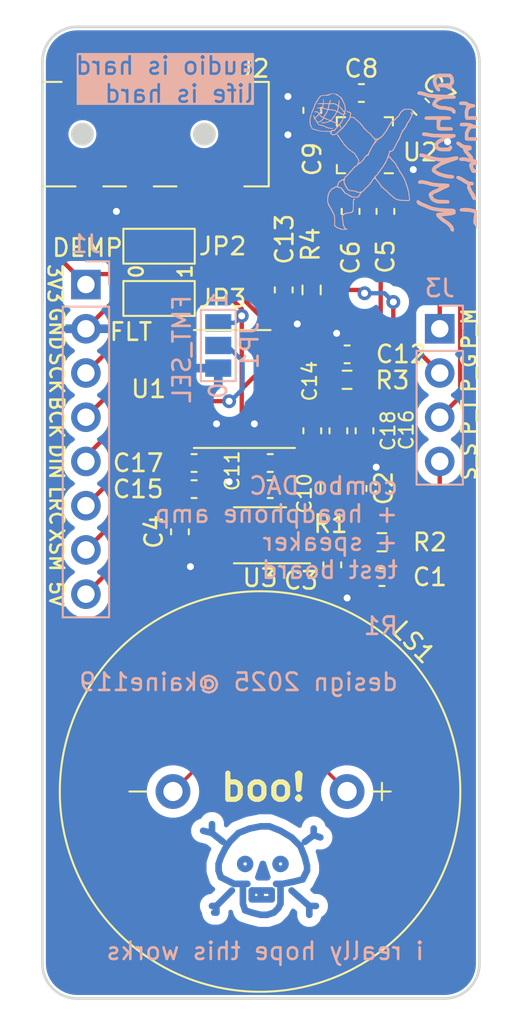
<source format=kicad_pcb>
(kicad_pcb (version 20221018) (generator pcbnew)
  (layers (0 "F.Cu" signal) (31 "B.Cu" signal) (34 "B.Paste" user) (35 "F.Paste" user) (36 "B.SilkS" user "B.Silkscreen") (37 "F.SilkS" user "F.Silkscreen") (38 "B.Mask" user) (39 "F.Mask" user) (44 "Edge.Cuts" user))
  (net 0 "")
  (net 1 "+3V3")
  (net 2 "Net-(U1-CAPP)")
  (net 3 "GND")
  (net 4 "Net-(U1-CAPM)")
  (net 5 "Net-(U1-VNEG)")
  (net 6 "Net-(U1-OUTL)")
  (net 7 "Net-(U1-OUTR)")
  (net 8 "Net-(JP2-C)")
  (net 9 "Net-(JP3-C)")
  (net 10 "/SCK")
  (net 11 "/BCK")
  (net 12 "/DIN")
  (net 13 "/LRCK")
  (net 14 "Net-(JP1-C)")
  (net 15 "/MUTE_N")
  (net 16 "Net-(U1-LDOO)")
  (net 17 "/SHUTDOWN_N")
  (net 18 "Net-(U3-BYPASS)")
  (net 19 "Net-(U3-IN+)")
  (net 20 "Net-(U3-IN-)")
  (net 21 "/SPK_OUT+")
  (net 22 "+5V")
  (net 23 "/SPK_OUT-")
  (net 24 "Net-(C1-Pad1)")
  (net 25 "/DAC_OUT_L")
  (net 26 "Net-(C2-Pad2)")
  (net 27 "Net-(U2--IN_L)")
  (net 28 "/DAC_OUT_R")
  (net 29 "Net-(U2--IN_R)")
  (net 30 "Net-(U2-VSS)")
  (net 31 "Net-(U2-CN)")
  (net 32 "Net-(U2-CP)")
  (net 33 "/PHONE_OUT_R")
  (net 35 "/PHONE_OUT_L")
  (net 36 "/PHONE_TIP")
  (net 37 "/PHONE_GAIN")
  (net 38 "/XSMT")
  (footprint "Capacitor_SMD:C_0603_1608Metric_Pad1.08x0.95mm_HandSolder" (layer "F.Cu") (at 175.5868 126.1836 -90)
    (fp_text reference "C3")
    (fp_text value "0.22u")
  )
  (footprint "Jumper:SolderJumper-3_P1.3mm_Open_Pad1.0x1.5mm_NumberLabels" (layer "F.Cu") (at 165.6368 107.8836)
    (fp_text reference "JP2")
    (fp_text value "DEMP_SEL")
  )
  (footprint "Capacitor_SMD:C_0603_1608Metric_Pad1.08x0.95mm_HandSolder" (layer "F.Cu") (at 176.6368 105.8836 90)
    (fp_text reference "C6")
    (fp_text value "2.2u")
  )
  (footprint "Resistor_SMD:R_0603_1608Metric_Pad0.98x0.95mm_HandSolder" (layer "F.Cu") (at 176.4368 115.5536)
    (fp_text reference "R3")
    (fp_text value "470")
  )
  (footprint "Capacitor_SMD:C_0603_1608Metric_Pad1.08x0.95mm_HandSolder" (layer "F.Cu") (at 167.6493 120.3336)
    (fp_text reference "C17")
    (fp_text value "0.1u")
  )
  (footprint "Resistor_SMD:R_0603_1608Metric_Pad0.98x0.95mm_HandSolder" (layer "F.Cu") (at 178.4368 124.8836 180)
    (fp_text reference "R2")
    (fp_text value "40k")
  )
  (footprint "artsfest-audio:Jack_3.5mm_XKB_PJ-35367-B-SMT" (layer "F.Cu") (at 158.9368 101.4476)
    (fp_text reference "J2")
    (fp_text value "AudioJack4_SwitchTR1")
    (fp_circle (center 2.3 0) (end 2.9 0) (stroke (width 0.12)) (fill solid) (layer "Edge.Cuts"))
    (fp_circle (center 9.3 0) (end 9.9 0) (stroke (width 0.12)) (fill solid) (layer "Edge.Cuts"))
  )
  (footprint "Capacitor_SMD:C_0603_1608Metric_Pad1.08x0.95mm_HandSolder" (layer "F.Cu") (at 166.8368 124.2836 -90)
    (fp_text reference "C4")
    (fp_text value "1u")
  )
  (footprint "Capacitor_SMD:C_0603_1608Metric_Pad1.08x0.95mm_HandSolder" (layer "F.Cu") (at 175.9368 118.4836 -90)
    (fp_text reference "C18")
    (fp_text value "0.1u")
  )
  (footprint "Capacitor_SMD:C_0603_1608Metric_Pad1.08x0.95mm_HandSolder" (layer "F.Cu") (at 172.796799 110.392474 -90)
    (fp_text reference "C13")
    (fp_text value "2.2n")
  )
  (footprint "Capacitor_SMD:C_0603_1608Metric_Pad1.08x0.95mm_HandSolder" (layer "F.Cu") (at 178.4368 126.8836 180)
    (fp_text reference "C1")
    (fp_text value "0.22u")
  )
  (footprint "Resistor_SMD:R_0603_1608Metric_Pad0.98x0.95mm_HandSolder" (layer "F.Cu") (at 175.4368 121.7961 -90)
    (fp_text reference "R1")
    (fp_text value "40k")
  )
  (footprint "Capacitor_SMD:C_0603_1608Metric_Pad1.08x0.95mm_HandSolder" (layer "F.Cu") (at 167.6493 121.8336)
    (fp_text reference "C15")
    (fp_text value "10u")
  )
  (footprint "Capacitor_SMD:C_0603_1608Metric_Pad1.08x0.95mm_HandSolder" (layer "F.Cu") (at 174.4368 118.4836 90)
    (fp_text reference "C14")
    (fp_text value "2.2u")
  )
  (footprint "Capacitor_SMD:C_0603_1608Metric_Pad1.08x0.95mm_HandSolder" (layer "F.Cu") (at 176.4368 114.0936 180)
    (fp_text reference "C12")
    (fp_text value "2.2n")
  )
  (footprint "Capacitor_SMD:C_0603_1608Metric_Pad1.08x0.95mm_HandSolder" (layer "F.Cu") (at 177.2568 99.0836 180)
    (fp_text reference "C8")
    (fp_text value "1u")
  )
  (footprint "Capacitor_SMD:C_0603_1608Metric_Pad1.08x0.95mm_HandSolder" (layer "F.Cu") (at 180.67692 99.87372 -45)
    (fp_text reference "C7")
    (fp_text value "1u")
  )
  (footprint "Capacitor_SMD:C_0603_1608Metric_Pad1.08x0.95mm_HandSolder" (layer "F.Cu") (at 172.020232 120.3336 180)
    (fp_text reference "C11")
    (fp_text value "10u")
  )
  (footprint "Capacitor_SMD:C_0603_1608Metric_Pad1.08x0.95mm_HandSolder" (layer "F.Cu") (at 177.4368 118.4836 -90)
    (fp_text reference "C16")
    (fp_text value "10u")
  )
  (footprint "Jumper:SolderJumper-3_P1.3mm_Open_Pad1.0x1.5mm_NumberLabels" (layer "F.Cu") (at 165.6368 110.8836)
    (fp_text reference "JP3")
    (fp_text value "FLT_SEL")
  )
  (footprint "Resistor_SMD:R_0603_1608Metric_Pad0.98x0.95mm_HandSolder" (layer "F.Cu") (at 174.396799 110.392474 -90)
    (fp_text reference "R4")
    (fp_text value "470")
  )
  (footprint "Package_DFN_QFN:VQFN-16-1EP_3x3mm_P0.5mm_EP1.68x1.68mm" (layer "F.Cu") (at 177.4568 102.0836 180)
    (fp_text reference "U2")
    (fp_text value "TPA6139A2RGTR")
  )
  (footprint "Capacitor_SMD:C_0603_1608Metric_Pad1.08x0.95mm_HandSolder" (layer "F.Cu") (at 172.020232 121.8336 180)
    (fp_text reference "C10")
    (fp_text value "0.1u")
  )
  (footprint "Package_SO:TSSOP-20_4.4x6.5mm_P0.65mm" (layer "F.Cu") (at 169.8368 116.0836 180)
    (fp_text reference "U1")
    (fp_text value "PCM5100A")
  )
  (footprint "Capacitor_SMD:C_0603_1608Metric_Pad1.08x0.95mm_HandSolder" (layer "F.Cu") (at 177.0368 121.7961 90)
    (fp_text reference "C2")
    (fp_text value "0.22u")
  )
  (footprint "artsfest-audio:Speaker_INGHAI_GSPK2307P-8R1W" (layer "F.Cu") (at 171.4368 139.1976 180)
    (fp_text reference "LS1")
    (fp_text value "Speaker")
  )
  (footprint "Capacitor_SMD:C_0603_1608Metric_Pad1.08x0.95mm_HandSolder" (layer "F.Cu") (at 174.4368 100.0836 90)
    (fp_text reference "C9")
    (fp_text value "1u")
  )
  (footprint "Package_SO:HVSSOP-8-1EP_3x3mm_P0.65mm_EP1.57x1.89mm" (layer "F.Cu") (at 171.4368 124.4836 180)
    (fp_text reference "U3")
    (fp_text value "TPA6211A1DGN")
  )
  (footprint "Capacitor_SMD:C_0603_1608Metric_Pad1.08x0.95mm_HandSolder" (layer "F.Cu") (at 178.6368 105.8836 90)
    (fp_text reference "C5")
    (fp_text value "2.2u")
  )
  (footprint "Jumper:SolderJumper-3_P1.3mm_Open_Pad1.0x1.5mm_NumberLabels" (layer "B.Cu") (at 169.0368 113.5836 90)
    (fp_text reference "JP1")
    (fp_text value "FMT_SEL")
  )
  (footprint "Symbol:Symbol_Danger_CopperTop_Small" (layer "B.Cu") (at 171.5968 143.7386 180)
    (fp_text reference "REF**" hide)
    (fp_text value "Symbol_Danger_CopperTop_Small")
  )
  (footprint "Connector_PinHeader_2.54mm:PinHeader_1x04_P2.54mm_Vertical" (layer "B.Cu") (at 181.7568 112.6236 180)
    (fp_text reference "J3")
    (fp_text value "Conn_01x04")
  )
  (footprint "LOGO" (layer "B.Cu") (at 178.5568 102.684658 -90)
    (fp_text reference "G***" hide)
    (fp_text value "LOGO" hide)
  )
  (footprint "Connector_PinHeader_2.54mm:PinHeader_1x08_P2.54mm_Vertical" (layer "B.Cu") (at 161.4368 110.0836 180)
    (fp_text reference "J1")
    (fp_text value "Conn_01x08")
  )
  (gr_line (start 158.9368 149.0836) (end 158.9368 97.2836) (stroke (width 0.15)) (layer "Edge.Cuts"))
  (gr_arc (start 160.9368 151.0836) (mid 159.522586 150.497814) (end 158.9368 149.0836) (stroke (width 0.15)) (layer "Edge.Cuts"))
  (gr_line (start 184.0368 97.2836) (end 184.0368 149.0836) (stroke (width 0.15)) (layer "Edge.Cuts"))
  (gr_arc (start 184.0368 149.0836) (mid 183.451014 150.497814) (end 182.0368 151.0836) (stroke (width 0.15)) (layer "Edge.Cuts"))
  (gr_arc (start 158.9368 97.2836) (mid 159.522586 95.869386) (end 160.9368 95.2836) (stroke (width 0.15)) (layer "Edge.Cuts"))
  (gr_arc (start 182.0368 95.2836) (mid 183.451014 95.869386) (end 184.0368 97.2836) (stroke (width 0.15)) (layer "Edge.Cuts"))
  (gr_line (start 182.0368 151.0836) (end 160.9368 151.0836) (stroke (width 0.15)) (layer "Edge.Cuts"))
  (gr_line (start 160.9368 95.2836) (end 182.0368 95.2836) (stroke (width 0.15)) (layer "Edge.Cuts"))
  (gr_text "audio is hard\nlife is hard" (at 171.1908 99.7126) (layer "B.SilkS" knockout) (effects (font (size 1 1)) (justify left bottom mirror)))
  (gr_text "i really hope this works" (at 180.944 148.9456) (layer "B.SilkS") (effects (font (size 1 1)) (justify left bottom mirror)))
  (gr_text "FMT_SEL" (at 167.5328 110.5916 90) (layer "B.SilkS") (effects (font (size 1 1)) (justify left bottom mirror)))
  (gr_text "combo DAC\n+ headphone amp\n+ speaker\ntest board\n\nR1\n\ndesign 2025 @kaine119" (at 179.4458 133.4946) (layer "B.SilkS") (effects (font (size 1 1)) (justify left bottom mirror)))
  (gr_text "LRC" (at 159.2868 122.7836 270) (layer "F.SilkS") (effects (font (size 0.8 0.8)) (justify bottom)))
  (gr_text "P_G" (at 183.9068 115.1636 90) (layer "F.SilkS") (effects (font (size 0.8 0.8)) (justify bottom)))
  (gr_text "SCK" (at 159.2868 115.1636 270) (layer "F.SilkS") (effects (font (size 0.8 0.8)) (justify bottom)))
  (gr_text "P_M" (at 183.9068 112.6236 90) (layer "F.SilkS") (effects (font (size 0.8 0.8)) (justify bottom)))
  (gr_text "boo!" (at 169.0318 139.8446) (layer "F.SilkS") (effects (font (size 1.5 1.5) (thickness 0.3) bold) (justify left bottom)))
  (gr_text "5V" (at 159.2868 127.8636 270) (layer "F.SilkS") (effects (font (size 0.8 0.8)) (justify bottom)))
  (gr_text "DEMP" (at 159.4048 108.5596) (layer "F.SilkS") (effects (font (size 1 1)) (justify left bottom)))
  (gr_text "S_S" (at 183.9068 120.2436 90) (layer "F.SilkS") (effects (font (size 0.8 0.8)) (justify bottom)))
  (gr_text "0" (at 164.3368 109.3336 90) (layer "F.SilkS") (effects (font (size 0.8 0.8))))
  (gr_text "FLT" (at 162.7068 113.3856) (layer "F.SilkS") (effects (font (size 1 1)) (justify left bottom)))
  (gr_text "BCK" (at 159.2868 117.7036 270) (layer "F.SilkS") (effects (font (size 0.8 0.8)) (justify bottom)))
  (gr_text "XSM" (at 159.2868 125.3236 270) (layer "F.SilkS") (effects (font (size 0.8 0.8)) (justify bottom)))
  (gr_text "3V3" (at 159.1868 110.0336 270) (layer "F.SilkS") (effects (font (size 0.8 0.8)) (justify bottom)))
  (gr_text "GND" (at 159.2868 112.6236 270) (layer "F.SilkS") (effects (font (size 0.8 0.8)) (justify bottom)))
  (gr_text "DIN" (at 159.2868 120.2436 270) (layer "F.SilkS") (effects (font (size 0.8 0.8)) (justify bottom)))
  (gr_text "P_T" (at 183.9068 117.7036 90) (layer "F.SilkS") (effects (font (size 0.8 0.8)) (justify bottom)))
  (segment (start 166.9368 108.7836) (end 167.6368 109.4836) (width 0.25) (layer "F.Cu") (net 1))
  (segment (start 172.882732 119.192032) (end 172.6993 119.0086) (width 0.25) (layer "F.Cu") (net 1))
  (segment (start 172.882732 121.8336) (end 172.882732 120.3336) (width 0.25) (layer "F.Cu") (net 1))
  (segment (start 166.9368 110.1836) (end 167.6368 109.4836) (width 0.25) (layer "F.Cu") (net 1))
  (segment (start 170.385259 118.383905) (end 171.009954 119.0086) (width 0.25) (layer "F.Cu") (net 1))
  (segment (start 161.4368 110.0836) (end 162.0368 109.4836) (width 0.25) (layer "F.Cu") (net 1))
  (segment (start 172.010759 114.4586) (end 170.385259 116.0841) (width 0.25) (layer "F.Cu") (net 1))
  (segment (start 160.1868 103.5336) (end 160.1868 108.8336) (width 0.25) (layer "F.Cu") (net 1))
  (segment (start 166.9368 110.8836) (end 166.9368 110.1836) (width 0.25) (layer "F.Cu") (net 1))
  (segment (start 173.7743 100.2836) (end 165.7368 100.2836) (width 0.25) (layer "F.Cu") (net 1))
  (segment (start 160.6368 103.0836) (end 160.1868 103.5336) (width 0.25) (layer "F.Cu") (net 1))
  (segment (start 170.4368 119.0086) (end 171.4368 119.0086) (width 0.25) (layer "F.Cu") (net 1))
  (segment (start 171.009954 119.0086) (end 172.6993 119.0086) (width 0.25) (layer "F.Cu") (net 1))
  (segment (start 166.9743 119.0086) (end 170.4368 119.0086) (width 0.25) (layer "F.Cu") (net 1))
  (segment (start 162.0368 109.4836) (end 167.6368 109.4836) (width 0.25) (layer "F.Cu") (net 1))
  (segment (start 166.9368 107.8836) (end 166.9368 108.7836) (width 0.25) (layer "F.Cu") (net 1))
  (segment (start 172.6993 114.4586) (end 172.010759 114.4586) (width 0.25) (layer "F.Cu") (net 1))
  (segment (start 171.4368 119.0086) (end 172.6993 119.0086) (width 0.25) (layer "F.Cu") (net 1))
  (segment (start 170.385259 111.8836) (end 170.385259 116.0841) (width 0.25) (layer "F.Cu") (net 1))
  (segment (start 162.9368 103.0836) (end 160.6368 103.0836) (width 0.25) (layer "F.Cu") (net 1))
  (segment (start 165.7368 100.2836) (end 162.9368 103.0836) (width 0.25) (layer "F.Cu") (net 1))
  (segment (start 160.1868 108.8336) (end 161.4368 110.0836) (width 0.25) (layer "F.Cu") (net 1))
  (segment (start 167.6368 109.4836) (end 168.38526 109.4836) (width 0.25) (layer "F.Cu") (net 1))
  (segment (start 170.385259 111.4836) (end 170.385259 111.8836) (width 0.25) (layer "F.Cu") (net 1))
  (segment (start 174.8243 101.3336) (end 174.4368 100.9461) (width 0.25) (layer "F.Cu") (net 1))
  (segment (start 172.882732 120.3336) (end 172.882732 119.192032) (width 0.25) (layer "F.Cu") (net 1))
  (segment (start 170.385259 116.0841) (end 170.385259 118.383905) (width 0.25) (layer "F.Cu") (net 1))
  (segment (start 175.9943 101.3336) (end 174.8243 101.3336) (width 0.25) (layer "F.Cu") (net 1))
  (segment (start 174.4368 100.9461) (end 173.7743 100.2836) (width 0.25) (layer "F.Cu") (net 1))
  (segment (start 168.38526 109.4836) (end 170.385259 111.4836) (width 0.25) (layer "F.Cu") (net 1))
  (via (at 170.385259 111.8836) (size 0.8) (drill 0.4) (layers "F.Cu" "B.Cu") (net 1))
  (segment (start 169.985259 112.2836) (end 170.385259 111.8836) (width 0.25) (layer "B.Cu") (net 1))
  (segment (start 169.0368 112.2836) (end 169.985259 112.2836) (width 0.25) (layer "B.Cu") (net 1))
  (segment (start 173.4493 118.3586) (end 174.4368 119.3461) (width 0.25) (layer "F.Cu") (net 2))
  (segment (start 172.6993 118.3586) (end 173.4493 118.3586) (width 0.25) (layer "F.Cu") (net 2))
  (segment (start 161.6368 104.6976) (end 164.5368 104.6976) (width 0.25) (layer "F.Cu") (net 3))
  (segment (start 173.0993 99.2211) (end 173.0368 99.2836) (width 0.25) (layer "F.Cu") (net 3))
  (segment (start 169.6618 121.4086) (end 169.2368 121.8336) (width 0.25) (layer "F.Cu") (net 3))
  (segment (start 164.4728 105.4836) (end 164.5368 105.4196) (width 0.25) (layer "F.Cu") (net 3))
  (segment (start 172.796799 111.569709) (end 172.796799 111.254974) (width 0.25) (layer "F.Cu") (net 3))
  (segment (start 175.9368 119.3461) (end 177.3993 119.3461) (width 0.25) (layer "F.Cu") (net 3))
  (segment (start 177.3993 119.3461) (end 177.4368 119.3086) (width 0.25) (layer "F.Cu") (net 3))
  (segment (start 175.5743 113.1461) (end 175.8368 112.8836) (width 0.25) (layer "F.Cu") (net 3))
  (segment (start 179.379808 102.3336) (end 180.2368 103.190592) (width 0.25) (layer "F.Cu") (net 3))
  (segment (start 167.4368 125.7461) (end 166.8368 125.1461) (width 0.25) (layer "F.Cu") (net 3))
  (segment (start 168.5118 120.3336) (end 168.5118 121.8336) (width 0.25) (layer "F.Cu") (net 3))
  (segment (start 173.7618 112.882559) (end 173.7618 113.434641) (width 0.25) (layer "F.Cu") (net 3))
  (segment (start 170.0868 121.8336) (end 171.157732 121.8336) (width 0.25) (layer "F.Cu") (net 3))
  (segment (start 166.8368 125.1461) (end 167.1743 124.8086) (width 0.25) (layer "F.Cu") (net 3))
  (segment (start 177.4368 119.898482) (end 178.108927 120.570609) (width 0.25) (layer "F.Cu") (net 3))
  (segment (start 173.573745 112.694504) (end 173.7618 112.882559) (width 0.25) (layer "F.Cu") (net 3))
  (segment (start 173.7618 113.434641) (end 173.387841 113.8086) (width 0.25) (layer "F.Cu") (net 3))
  (segment (start 173.573745 112.346655) (end 172.796799 111.569709) (width 0.25) (layer "F.Cu") (net 3))
  (segment (start 173.387841 113.8086) (end 172.6993 113.8086) (width 0.25) (layer "F.Cu") (net 3))
  (segment (start 164.5368 105.4196) (end 164.5368 104.6976) (width 0.25) (layer "F.Cu") (net 3))
  (segment (start 175.561801 127.208601) (end 175.561801 127.071099) (width 0.25) (layer "F.Cu") (net 3))
  (segment (start 177.4368 119.3086) (end 177.4368 119.898482) (width 0.25) (layer "F.Cu") (net 3))
  (segment (start 163.1768 110.8836) (end 164.3368 110.8836) (width 0.25) (layer "F.Cu") (net 3))
  (segment (start 175.9943 101.8336) (end 173.3868 101.8336) (width 0.25) (layer "F.Cu") (net 3))
  (segment (start 161.4368 112.6236) (end 163.1768 110.8836) (width 0.25) (layer "F.Cu") (net 3))
  (segment (start 168.6618 118.3586) (end 168.9368 118.0836) (width 0.25) (layer "F.Cu") (net 3))
  (segment (start 167.1743 124.8086) (end 169.2868 124.8086) (width 0.25) (layer "F.Cu") (net 3))
  (segment (start 167.4368 126.2836) (end 167.4368 125.7461) (width 0.25) (layer "F.Cu") (net 3))
  (segment (start 178.9193 101.8336) (end 178.9193 102.3336) (width 0.25) (layer "F.Cu") (net 3))
  (segment (start 176.4368 128.0836) (end 175.561801 127.208601) (width 0.25) (layer "F.Cu") (net 3))
  (segment (start 180.2368 103.190592) (end 180.2368 103.4836) (width 0.25) (layer "F.Cu") (net 3))
  (segment (start 182.2073 101.8836) (end 182.2073 101.4041) (width 0.25) (layer "F.Cu") (net 3))
  (segment (start 178.9193 102.3336) (end 179.379808 102.3336) (width 0.25) (layer "F.Cu") (net 3))
  (segment (start 169.6618 121.4086) (end 170.0868 121.8336) (width 0.25) (layer "F.Cu") (net 3))
  (segment (start 182.2073 101.4041) (end 181.2868 100.4836) (width 0.25) (layer "F.Cu") (net 3))
  (segment (start 177.5743 126.8836) (end 177.5743 126.9461) (width 0.25) (layer "F.Cu") (net 3))
  (segment (start 177.5743 126.9461) (end 176.4368 128.0836) (width 0.25) (layer "F.Cu") (net 3))
  (segment (start 169.2368 121.8336) (end 168.5118 121.8336) (width 0.25) (layer "F.Cu") (net 3))
  (segment (start 175.5743 114.0936) (end 175.5743 113.1461) (width 0.25) (layer "F.Cu") (net 3))
  (segment (start 163.5868 105.4836) (end 164.4728 105.4836) (width 0.25) (layer "F.Cu") (net 3))
  (segment (start 171.157732 120.3336) (end 171.157732 121.8336) (width 0.25) (layer "F.Cu") (net 3))
  (segment (start 163.1868 105.8836) (end 163.5868 105.4836) (width 0.25) (layer "F.Cu") (net 3))
  (segment (start 173.573745 112.346655) (end 173.573745 112.694504) (width 0.25) (layer "F.Cu") (net 3))
  (segment (start 166.9743 118.3586) (end 168.6618 118.3586) (width 0.25) (layer "F.Cu") (net 3))
  (segment (start 171.485259 117.7086) (end 171.110259 118.0836) (width 0.25) (layer "F.Cu") (net 3))
  (segment (start 164.3368 105.6196) (end 164.4728 105.4836) (width 0.25) (layer "F.Cu") (net 3))
  (segment (start 174.4368 99.2211) (end 173.0993 99.2211) (width 0.25) (layer "F.Cu") (net 3))
  (segment (start 164.3368 107.8836) (end 164.3368 105.6196) (width 0.25) (layer "F.Cu") (net 3))
  (segment (start 172.6993 117.7086) (end 171.485259 117.7086) (width 0.25) (layer "F.Cu") (net 3))
  (segment (start 175.561801 127.071099) (end 175.5868 127.0461) (width 0.25) (layer "F.Cu") (net 3))
  (segment (start 173.3868 101.8336) (end 173.0368 101.4836) (width 0.25) (layer "F.Cu") (net 3))
  (via (at 175.8368 112.8836) (size 0.8) (drill 0.4) (layers "F.Cu" "B.Cu") (net 3))
  (via (at 163.1868 105.8836) (size 0.8) (drill 0.4) (layers "F.Cu" "B.Cu") (net 3))
  (via (at 176.4368 128.0836) (size 0.8) (drill 0.4) (layers "F.Cu" "B.Cu") (net 3))
  (via (at 182.2073 101.8836) (size 0.8) (drill 0.4) (layers "F.Cu" "B.Cu") (net 3))
  (via (at 171.110259 118.0836) (size 0.8) (drill 0.4) (layers "F.Cu" "B.Cu") (net 3))
  (via (at 173.0368 101.4836) (size 0.8) (drill 0.4) (layers "F.Cu" "B.Cu") (net 3))
  (via (at 173.0368 99.2836) (size 0.8) (drill 0.4) (layers "F.Cu" "B.Cu") (net 3))
  (via (at 178.108927 120.570609) (size 0.8) (drill 0.4) (layers "F.Cu" "B.Cu") (net 3))
  (via (at 180.2368 103.4836) (size 0.8) (drill 0.4) (layers "F.Cu" "B.Cu") (net 3))
  (via (at 173.573745 112.346655) (size 0.8) (drill 0.4) (layers "F.Cu" "B.Cu") (net 3))
  (via (at 168.9368 118.0836) (size 0.8) (drill 0.4) (layers "F.Cu" "B.Cu") (net 3))
  (via (at 167.4368 126.2836) (size 0.8) (drill 0.4) (layers "F.Cu" "B.Cu") (net 3))
  (via (at 169.6618 121.4086) (size 0.8) (drill 0.4) (layers "F.Cu" "B.Cu") (net 3))
  (segment (start 173.8743 117.0586) (end 174.4368 117.6211) (width 0.25) (layer "F.Cu") (net 4))
  (segment (start 172.6993 117.0586) (end 173.8743 117.0586) (width 0.25) (layer "F.Cu") (net 4))
  (segment (start 175.9368 117.6211) (end 177.3993 117.6211) (width 0.25) (layer "F.Cu") (net 5))
  (segment (start 172.6993 116.4086) (end 174.7243 116.4086) (width 0.25) (layer "F.Cu") (net 5))
  (segment (start 174.7243 116.4086) (end 175.9368 117.6211) (width 0.25) (layer "F.Cu") (net 5))
  (segment (start 177.3993 117.6211) (end 177.4368 117.5836) (width 0.25) (layer "F.Cu") (net 5))
  (segment (start 175.3193 115.7586) (end 175.5243 115.5536) (width 0.25) (layer "F.Cu") (net 6))
  (segment (start 172.6993 115.7586) (end 175.3193 115.7586) (width 0.25) (layer "F.Cu") (net 6))
  (segment (start 174.396799 111.304974) (end 174.396799 114.099642) (width 0.25) (layer "F.Cu") (net 7))
  (segment (start 173.387841 115.1086) (end 172.6993 115.1086) (width 0.25) (layer "F.Cu") (net 7))
  (segment (start 174.396799 114.099642) (end 173.387841 115.1086) (width 0.25) (layer "F.Cu") (net 7))
  (segment (start 172.6993 113.1461) (end 172.6993 113.1586) (width 0.25) (layer "F.Cu") (net 8))
  (segment (start 165.6868 106.7336) (end 168.0868 106.7336) (width 0.25) (layer "F.Cu") (net 8))
  (segment (start 168.0868 108.5336) (end 172.6993 113.1461) (width 0.25) (layer "F.Cu") (net 8))
  (segment (start 168.0868 106.7336) (end 168.0868 108.5336) (width 0.25) (layer "F.Cu") (net 8))
  (segment (start 165.6368 106.7836) (end 165.6868 106.7336) (width 0.25) (layer "F.Cu") (net 8))
  (segment (start 165.6368 107.8836) (end 165.6368 106.7836) (width 0.25) (layer "F.Cu") (net 8))
  (segment (start 165.6368 110.8836) (end 165.6368 111.8211) (width 0.25) (layer "F.Cu") (net 9))
  (segment (start 165.6368 111.8211) (end 166.9743 113.1586) (width 0.25) (layer "F.Cu") (net 9))
  (segment (start 162.7918 113.8086) (end 166.9743 113.8086) (width 0.25) (layer "F.Cu") (net 10))
  (segment (start 161.4368 115.1636) (end 162.7918 113.8086) (width 0.25) (layer "F.Cu") (net 10))
  (segment (start 161.4368 117.7036) (end 164.6818 114.4586) (width 0.25) (layer "F.Cu") (net 11))
  (segment (start 164.6818 114.4586) (end 166.9743 114.4586) (width 0.25) (layer "F.Cu") (net 11))
  (segment (start 163.27378 116.64662) (end 164.8118 115.1086) (width 0.25) (layer "F.Cu") (net 12))
  (segment (start 161.4368 119.957559) (end 163.27378 118.12058) (width 0.25) (layer "F.Cu") (net 12))
  (segment (start 161.4368 120.2436) (end 161.4368 119.957559) (width 0.25) (layer "F.Cu") (net 12))
  (segment (start 163.27378 118.12058) (end 163.27378 116.64662) (width 0.25) (layer "F.Cu") (net 12))
  (segment (start 164.8118 115.1086) (end 166.9743 115.1086) (width 0.25) (layer "F.Cu") (net 12))
  (segment (start 163.8868 120.3336) (end 163.8868 116.8336) (width 0.25) (layer "F.Cu") (net 13))
  (segment (start 163.8868 116.8336) (end 164.9618 115.7586) (width 0.25) (layer "F.Cu") (net 13))
  (segment (start 161.4368 122.7836) (end 163.8868 120.3336) (width 0.25) (layer "F.Cu") (net 13))
  (segment (start 164.9618 115.7586) (end 166.9743 115.7586) (width 0.25) (layer "F.Cu") (net 13))
  (segment (start 168.0368 116.782559) (end 167.662841 116.4086) (width 0.25) (layer "F.Cu") (net 14))
  (segment (start 169.659718 116.782559) (end 168.0368 116.782559) (width 0.25) (layer "F.Cu") (net 14))
  (segment (start 169.660759 116.7836) (end 169.659718 116.782559) (width 0.25) (layer "F.Cu") (net 14))
  (segment (start 167.662841 116.4086) (end 166.9743 116.4086) (width 0.25) (layer "F.Cu") (net 14))
  (via (at 169.660759 116.7836) (size 0.8) (drill 0.4) (layers "F.Cu" "B.Cu") (net 14))
  (segment (start 169.7368 116.7836) (end 170.4368 116.0836) (width 0.25) (layer "B.Cu") (net 14))
  (segment (start 170.4368 114.4836) (end 169.5368 113.5836) (width 0.25) (layer "B.Cu") (net 14))
  (segment (start 169.5368 113.5836) (end 169.0368 113.5836) (width 0.25) (layer "B.Cu") (net 14))
  (segment (start 169.660759 116.7836) (end 169.7368 116.7836) (width 0.25) (layer "B.Cu") (net 14))
  (segment (start 170.4368 116.0836) (end 170.4368 114.4836) (width 0.25) (layer "B.Cu") (net 14))
  (segment (start 181.7568 103.710592) (end 181.7568 112.6236) (width 0.25) (layer "F.Cu") (net 15))
  (segment (start 179.379808 101.3336) (end 181.7568 103.710592) (width 0.25) (layer "F.Cu") (net 15))
  (segment (start 178.9193 101.3336) (end 179.379808 101.3336) (width 0.25) (layer "F.Cu") (net 15))
  (segment (start 165.6368 118.357558) (end 166.285759 117.7086) (width 0.25) (layer "F.Cu") (net 16))
  (segment (start 166.7868 120.3336) (end 166.4868 120.3336) (width 0.25) (layer "F.Cu") (net 16))
  (segment (start 166.4868 120.3336) (end 165.6368 119.4836) (width 0.25) (layer "F.Cu") (net 16))
  (segment (start 166.7868 120.3336) (end 166.7868 121.8336) (width 0.25) (layer "F.Cu") (net 16))
  (segment (start 166.285759 117.7086) (end 166.9743 117.7086) (width 0.25) (layer "F.Cu") (net 16))
  (segment (start 165.6368 119.4836) (end 165.6368 118.357558) (width 0.25) (layer "F.Cu") (net 16))
  (segment (start 180.3118 128.8086) (end 181.7568 127.3636) (width 0.25) (layer "F.Cu") (net 17))
  (segment (start 181.7568 127.3636) (end 181.7568 120.2436) (width 0.25) (layer "F.Cu") (net 17))
  (segment (start 173.5868 125.4586) (end 173.5868 126.9586) (width 0.25) (layer "F.Cu") (net 17))
  (segment (start 173.5868 126.9586) (end 175.4368 128.8086) (width 0.25) (layer "F.Cu") (net 17))
  (segment (start 175.4368 128.8086) (end 180.3118 128.8086) (width 0.25) (layer "F.Cu") (net 17))
  (segment (start 173.5868 124.8086) (end 175.0743 124.8086) (width 0.25) (layer "F.Cu") (net 18))
  (segment (start 175.0743 124.8086) (end 175.5868 125.3211) (width 0.25) (layer "F.Cu") (net 18))
  (segment (start 176.7243 124.0836) (end 177.5243 124.8836) (width 0.25) (layer "F.Cu") (net 19))
  (segment (start 173.5868 124.1586) (end 175.0618 124.1586) (width 0.25) (layer "F.Cu") (net 19))
  (segment (start 176.7243 124.0836) (end 175.1368 124.0836) (width 0.25) (layer "F.Cu") (net 19))
  (segment (start 175.0618 124.1586) (end 175.1368 124.0836) (width 0.25) (layer "F.Cu") (net 19))
  (segment (start 175.4368 122.974285) (end 175.4368 122.7086) (width 0.25) (layer "F.Cu") (net 20))
  (segment (start 174.902485 123.5086) (end 175.4368 122.974285) (width 0.25) (layer "F.Cu") (net 20))
  (segment (start 173.5868 123.5086) (end 174.902485 123.5086) (width 0.25) (layer "F.Cu") (net 20))
  (segment (start 172.7148 135.4756) (end 176.4368 139.1976) (width 0.2) (layer "F.Cu") (net 21))
  (segment (start 169.2868 123.5086) (end 169.962841 123.5086) (width 0.2) (layer "F.Cu") (net 21))
  (segment (start 172.7148 128.2876) (end 172.7148 135.4756) (width 0.2) (layer "F.Cu") (net 21))
  (segment (start 169.962841 123.5086) (end 170.3518 123.897559) (width 0.2) (layer "F.Cu") (net 21))
  (segment (start 170.3518 123.897559) (end 170.3518 125.9246) (width 0.2) (layer "F.Cu") (net 21))
  (segment (start 170.3518 125.9246) (end 172.7148 128.2876) (width 0.2) (layer "F.Cu") (net 21))
  (segment (start 166.8368 123.4211) (end 167.5743 124.1586) (width 0.25) (layer "F.Cu") (net 22))
  (segment (start 165.8793 123.4211) (end 161.4368 127.8636) (width 0.25) (layer "F.Cu") (net 22))
  (segment (start 167.5743 124.1586) (end 169.2868 124.1586) (width 0.25) (layer "F.Cu") (net 22))
  (segment (start 166.8368 123.4211) (end 165.8793 123.4211) (width 0.25) (layer "F.Cu") (net 22))
  (segment (start 170.3118 135.3226) (end 170.3028 135.3136) (width 0.2) (layer "F.Cu") (net 23))
  (segment (start 170.3028 128.7956) (end 169.2868 127.7796) (width 0.2) (layer "F.Cu") (net 23))
  (segment (start 169.2868 125.4586) (end 169.7688 125.4586) (width 0.2) (layer "F.Cu") (net 23))
  (segment (start 169.2868 127.7796) (end 169.2868 125.4586) (width 0.2) (layer "F.Cu") (net 23))
  (segment (start 166.4368 139.1976) (end 170.3118 135.3226) (width 0.2) (layer "F.Cu") (net 23))
  (segment (start 170.3028 135.3136) (end 170.3028 128.7956) (width 0.2) (layer "F.Cu") (net 23))
  (segment (start 179.3493 124.8836) (end 179.3493 126.8336) (width 0.25) (layer "F.Cu") (net 24))
  (segment (start 179.3493 126.8336) (end 179.2993 126.8836) (width 0.25) (layer "F.Cu") (net 24))
  (segment (start 178.36538 113.0836) (end 178.36538 107.01752) (width 0.25) (layer "F.Cu") (net 25))
  (segment (start 179.1618 113.88002) (end 179.1618 120.543042) (width 0.25) (layer "F.Cu") (net 25))
  (segment (start 177.3493 115.5536) (end 177.3493 114.1436) (width 0.25) (layer "F.Cu") (net 25))
  (segment (start 177.35538 114.0936) (end 178.36538 113.0836) (width 0.25) (layer "F.Cu") (net 25))
  (segment (start 177.046241 122.6586) (end 179.16538 120.539461) (width 0.25) (layer "F.Cu") (net 25))
  (segment (start 177.0368 122.6586) (end 177.046241 122.6586) (width 0.25) (layer "F.Cu") (net 25))
  (segment (start 178.36538 107.01752) (end 178.6368 106.7461) (width 0.25) (layer "F.Cu") (net 25))
  (segment (start 178.36538 113.0836) (end 179.1618 113.88002) (width 0.25) (layer "F.Cu") (net 25))
  (segment (start 175.4368 120.8836) (end 176.9868 120.8836) (width 0.25) (layer "F.Cu") (net 26))
  (segment (start 176.9868 120.8836) (end 177.0368 120.9336) (width 0.25) (layer "F.Cu") (net 26))
  (segment (start 178.6368 103.9761) (end 178.2068 103.5461) (width 0.25) (layer "F.Cu") (net 27))
  (segment (start 178.6368 105.0211) (end 178.6368 103.9761) (width 0.25) (layer "F.Cu") (net 27))
  (segment (start 174.396799 108.986101) (end 176.6368 106.7461) (width 0.25) (layer "F.Cu") (net 28))
  (segment (start 174.396799 109.479974) (end 172.846799 109.479974) (width 0.25) (layer "F.Cu") (net 28))
  (segment (start 174.396799 109.479974) (end 174.396799 108.986101) (width 0.25) (layer "F.Cu") (net 28))
  (segment (start 172.846799 109.479974) (end 172.796799 109.529974) (width 0.25) (layer "F.Cu") (net 28))
  (segment (start 176.6368 103.6161) (end 176.7068 103.5461) (width 0.25) (layer "F.Cu") (net 29))
  (segment (start 176.6368 105.0211) (end 176.6368 103.6161) (width 0.25) (layer "F.Cu") (net 29))
  (segment (start 178.70978 100.6211) (end 180.06704 99.26384) (width 0.25) (layer "F.Cu") (net 30))
  (segment (start 178.2068 100.6211) (end 178.70978 100.6211) (width 0.25) (layer "F.Cu") (net 30))
  (segment (start 177.7068 100.6211) (end 177.7068 99.4961) (width 0.25) (layer "F.Cu") (net 31))
  (segment (start 177.7068 99.4961) (end 178.1193 99.0836) (width 0.25) (layer "F.Cu") (net 31))
  (segment (start 176.7068 99.3961) (end 176.3943 99.0836) (width 0.25) (layer "F.Cu") (net 32))
  (segment (start 176.7068 100.6211) (end 176.7068 99.3961) (width 0.25) (layer "F.Cu") (net 32))
  (segment (start 175.9943 102.8336) (end 169.3008 102.8336) (width 0.25) (layer "F.Cu") (net 33))
  (segment (start 169.3008 102.8336) (end 167.4368 104.6976) (width 0.25) (layer "F.Cu") (net 33))
  (segment (start 179.2368 105.8836) (end 170.9228 105.8836) (width 0.25) (layer "F.Cu") (net 35))
  (segment (start 178.9193 102.8336) (end 179.4368 103.3511) (width 0.25) (layer "F.Cu") (net 35))
  (segment (start 170.9228 105.8836) (end 169.7368 104.6976) (width 0.25) (layer "F.Cu") (net 35))
  (segment (start 179.4368 103.3511) (end 179.4368 105.6836) (width 0.25) (layer "F.Cu") (net 35))
  (segment (start 179.4368 105.6836) (end 179.2368 105.8836) (width 0.25) (layer "F.Cu") (net 35))
  (segment (start 182.9318 100.7786) (end 182.9318 116.5286) (width 0.25) (layer "F.Cu") (net 36))
  (segment (start 180.3508 98.1976) (end 182.9318 100.7786) (width 0.25) (layer "F.Cu") (net 36))
  (segment (start 167.7368 98.1976) (end 180.3508 98.1976) (width 0.25) (layer "F.Cu") (net 36))
  (segment (start 182.9318 116.5286) (end 181.7568 117.7036) (width 0.25) (layer "F.Cu") (net 36))
  (segment (start 166.4368 106.0336) (end 166.6868 106.2836) (width 0.25) (layer "F.Cu") (net 37))
  (segment (start 171.4368 107.0836) (end 171.4368 109.792474) (width 0.25) (layer "F.Cu") (net 37))
  (segment (start 179.08988 111.0836) (end 179.08988 112.49668) (width 0.25) (layer "F.Cu") (net 37))
  (segment (start 172.0368 110.392474) (end 177.245674 110.392474) (width 0.25) (layer "F.Cu") (net 37))
  (segment (start 175.9943 102.3336) (end 175.9553 102.3726) (width 0.25) (layer "F.Cu") (net 37))
  (segment (start 166.4368 103.0146) (end 166.4368 106.0336) (width 0.25) (layer "F.Cu") (net 37))
  (segment (start 171.4368 109.792474) (end 172.0368 110.392474) (width 0.25) (layer "F.Cu") (net 37))
  (segment (start 179.08988 112.49668) (end 181.7568 115.1636) (width 0.25) (layer "F.Cu") (net 37))
  (segment (start 175.9553 102.3726) (end 167.0788 102.3726) (width 0.25) (layer "F.Cu") (net 37))
  (segment (start 177.245674 110.392474) (end 177.4368 110.5836) (width 0.25) (layer "F.Cu") (net 37))
  (segment (start 167.0788 102.3726) (end 166.4368 103.0146) (width 0.25) (layer "F.Cu") (net 37))
  (segment (start 170.6368 106.2836) (end 171.4368 107.0836) (width 0.25) (layer "F.Cu") (net 37))
  (segment (start 166.6868 106.2836) (end 170.6368 106.2836) (width 0.25) (layer "F.Cu") (net 37))
  (via (at 179.08988 111.0836) (size 0.8) (drill 0.4) (layers "F.Cu" "B.Cu") (net 37))
  (via (at 177.4368 110.5836) (size 0.8) (drill 0.4) (layers "F.Cu" "B.Cu") (net 37))
  (segment (start 177.4368 110.5836) (end 178.58988 110.5836) (width 0.25) (layer "B.Cu") (net 37))
  (segment (start 178.58988 110.5836) (end 179.08988 111.0836) (width 0.25) (layer "B.Cu") (net 37))
  (segment (start 165.4618 117.0586) (end 164.7868 117.7336) (width 0.25) (layer "F.Cu") (net 38))
  (segment (start 164.7868 117.7336) (end 164.7868 121.9736) (width 0.25) (layer "F.Cu") (net 38))
  (segment (start 166.9743 117.0586) (end 165.4618 117.0586) (width 0.25) (layer "F.Cu") (net 38))
  (segment (start 164.7868 121.9736) (end 161.4368 125.3236) (width 0.25) (layer "F.Cu") (net 38))
  (zone (net 3) (net_name "GND") (layer "B.Cu") (connect_pads (clearance 0.5)) (min_thickness 0.25) (fill yes (thermal_gap 0.5) (thermal_bridge_width 0.5))
    (polygon (pts (xy 156.8968 152.3536) (xy 156.8968 93.7436) (xy 186.1768 93.7436) (xy 186.1768 152.5536)))
  )
)
</source>
